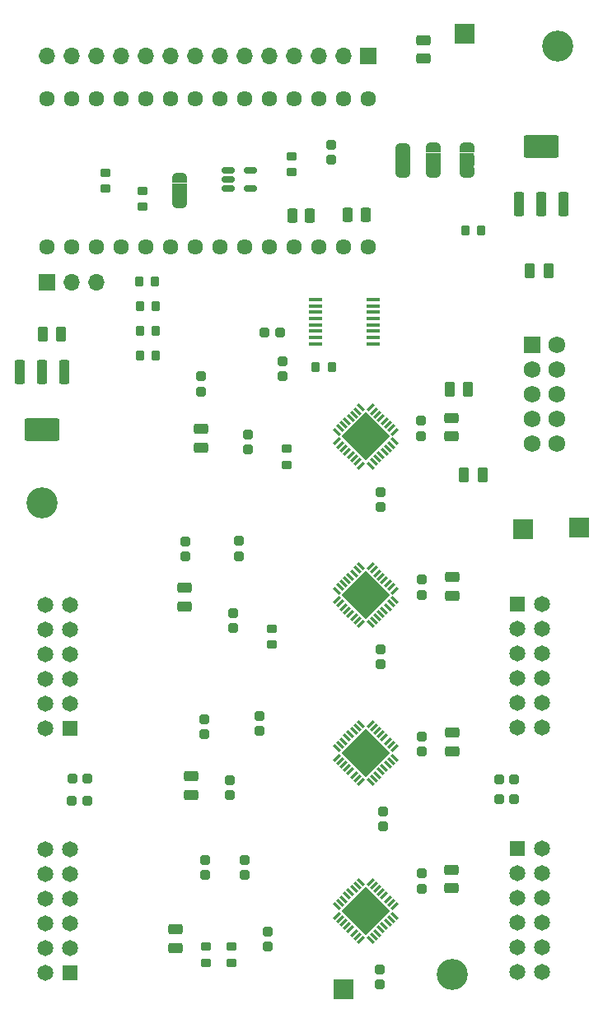
<source format=gbr>
%TF.GenerationSoftware,KiCad,Pcbnew,9.0.0*%
%TF.CreationDate,2025-03-26T11:44:13+11:00*%
%TF.ProjectId,tlv320aic3104 audio rev K twist,746c7633-3230-4616-9963-333130342061,Rev F*%
%TF.SameCoordinates,Original*%
%TF.FileFunction,Soldermask,Top*%
%TF.FilePolarity,Negative*%
%FSLAX46Y46*%
G04 Gerber Fmt 4.6, Leading zero omitted, Abs format (unit mm)*
G04 Created by KiCad (PCBNEW 9.0.0) date 2025-03-26 11:44:13*
%MOMM*%
%LPD*%
G01*
G04 APERTURE LIST*
G04 Aperture macros list*
%AMRoundRect*
0 Rectangle with rounded corners*
0 $1 Rounding radius*
0 $2 $3 $4 $5 $6 $7 $8 $9 X,Y pos of 4 corners*
0 Add a 4 corners polygon primitive as box body*
4,1,4,$2,$3,$4,$5,$6,$7,$8,$9,$2,$3,0*
0 Add four circle primitives for the rounded corners*
1,1,$1+$1,$2,$3*
1,1,$1+$1,$4,$5*
1,1,$1+$1,$6,$7*
1,1,$1+$1,$8,$9*
0 Add four rect primitives between the rounded corners*
20,1,$1+$1,$2,$3,$4,$5,0*
20,1,$1+$1,$4,$5,$6,$7,0*
20,1,$1+$1,$6,$7,$8,$9,0*
20,1,$1+$1,$8,$9,$2,$3,0*%
%AMRotRect*
0 Rectangle, with rotation*
0 The origin of the aperture is its center*
0 $1 length*
0 $2 width*
0 $3 Rotation angle, in degrees counterclockwise*
0 Add horizontal line*
21,1,$1,$2,0,0,$3*%
%AMFreePoly0*
4,1,23,0.550000,-0.750000,0.000000,-0.750000,0.000000,-0.745722,-0.065263,-0.745722,-0.191342,-0.711940,-0.304381,-0.646677,-0.396677,-0.554381,-0.461940,-0.441342,-0.495722,-0.315263,-0.495722,-0.250000,-0.500000,-0.250000,-0.500000,0.250000,-0.495722,0.250000,-0.495722,0.315263,-0.461940,0.441342,-0.396677,0.554381,-0.304381,0.646677,-0.191342,0.711940,-0.065263,0.745722,0.000000,0.745722,
0.000000,0.750000,0.550000,0.750000,0.550000,-0.750000,0.550000,-0.750000,$1*%
%AMFreePoly1*
4,1,23,0.000000,0.745722,0.065263,0.745722,0.191342,0.711940,0.304381,0.646677,0.396677,0.554381,0.461940,0.441342,0.495722,0.315263,0.495722,0.250000,0.500000,0.250000,0.500000,-0.250000,0.495722,-0.250000,0.495722,-0.315263,0.461940,-0.441342,0.396677,-0.554381,0.304381,-0.646677,0.191342,-0.711940,0.065263,-0.745722,0.000000,-0.745722,0.000000,-0.750000,-0.550000,-0.750000,
-0.550000,0.750000,0.000000,0.750000,0.000000,0.745722,0.000000,0.745722,$1*%
G04 Aperture macros list end*
%ADD10RoundRect,0.267317X0.280683X0.470683X-0.280683X0.470683X-0.280683X-0.470683X0.280683X-0.470683X0*%
%ADD11R,2.000000X2.000000*%
%ADD12RoundRect,0.244000X0.269000X-0.244000X0.269000X0.244000X-0.269000X0.244000X-0.269000X-0.244000X0*%
%ADD13RoundRect,0.219000X-0.294000X0.219000X-0.294000X-0.219000X0.294000X-0.219000X0.294000X0.219000X0*%
%ADD14RotRect,0.300000X0.850000X45.000000*%
%ADD15RotRect,0.300000X0.850000X315.000000*%
%ADD16RotRect,3.550000X3.550000X315.000000*%
%ADD17RoundRect,0.219000X-0.219000X-0.294000X0.219000X-0.294000X0.219000X0.294000X-0.219000X0.294000X0*%
%ADD18RoundRect,0.269000X-0.494000X0.269000X-0.494000X-0.269000X0.494000X-0.269000X0.494000X0.269000X0*%
%ADD19R,1.700000X1.700000*%
%ADD20O,1.700000X1.700000*%
%ADD21R,1.475000X0.450000*%
%ADD22RoundRect,0.250000X0.300000X-1.000000X0.300000X1.000000X-0.300000X1.000000X-0.300000X-1.000000X0*%
%ADD23RoundRect,0.250000X1.550000X-0.920000X1.550000X0.920000X-1.550000X0.920000X-1.550000X-0.920000X0*%
%ADD24FreePoly0,90.000000*%
%ADD25R,1.500000X1.000000*%
%ADD26FreePoly1,90.000000*%
%ADD27RoundRect,0.250000X-0.300000X1.000000X-0.300000X-1.000000X0.300000X-1.000000X0.300000X1.000000X0*%
%ADD28RoundRect,0.250000X-1.550000X0.920000X-1.550000X-0.920000X1.550000X-0.920000X1.550000X0.920000X0*%
%ADD29RoundRect,0.244000X-0.244000X-0.269000X0.244000X-0.269000X0.244000X0.269000X-0.244000X0.269000X0*%
%ADD30RoundRect,0.244000X0.244000X0.269000X-0.244000X0.269000X-0.244000X-0.269000X0.244000X-0.269000X0*%
%ADD31C,3.200000*%
%ADD32RoundRect,0.269000X0.269000X0.494000X-0.269000X0.494000X-0.269000X-0.494000X0.269000X-0.494000X0*%
%ADD33R,1.725000X1.725000*%
%ADD34C,1.725000*%
%ADD35RoundRect,0.244000X-0.269000X0.244000X-0.269000X-0.244000X0.269000X-0.244000X0.269000X0.244000X0*%
%ADD36RoundRect,0.219000X0.219000X0.294000X-0.219000X0.294000X-0.219000X-0.294000X0.219000X-0.294000X0*%
%ADD37RoundRect,0.269000X0.494000X-0.269000X0.494000X0.269000X-0.494000X0.269000X-0.494000X-0.269000X0*%
%ADD38R,1.650000X1.650000*%
%ADD39C,1.650000*%
%ADD40RoundRect,0.150000X-0.512500X-0.150000X0.512500X-0.150000X0.512500X0.150000X-0.512500X0.150000X0*%
%ADD41C,1.612800*%
%ADD42RoundRect,0.269000X-0.269000X-0.494000X0.269000X-0.494000X0.269000X0.494000X-0.269000X0.494000X0*%
G04 APERTURE END LIST*
%TO.C,JP1*%
G36*
X17995200Y-18682400D02*
G01*
X19495200Y-18682400D01*
X19495200Y-17182400D01*
X17995200Y-17182400D01*
X17995200Y-18682400D01*
G37*
%TO.C,JP4*%
G36*
X47510000Y-15558200D02*
G01*
X49010000Y-15558200D01*
X49010000Y-14058200D01*
X47510000Y-14058200D01*
X47510000Y-15558200D01*
G37*
%TO.C,JP5*%
G36*
X44055600Y-15558200D02*
G01*
X45555600Y-15558200D01*
X45555600Y-14058200D01*
X44055600Y-14058200D01*
X44055600Y-15558200D01*
G37*
%TO.C,JP6*%
G36*
X40941300Y-15583600D02*
G01*
X42441300Y-15583600D01*
X42441300Y-14083600D01*
X40941300Y-14083600D01*
X40941300Y-15583600D01*
G37*
%TD*%
D10*
%TO.C,R7*%
X37885000Y-20450000D03*
X36065000Y-20450000D03*
%TD*%
D11*
%TO.C,TP3*%
X48056800Y-1803400D03*
%TD*%
D12*
%TO.C,C28*%
X27813000Y-95725200D03*
X27813000Y-94165200D03*
%TD*%
D11*
%TO.C,TP1*%
X54051200Y-52781200D03*
%TD*%
D13*
%TO.C,R11*%
X21488400Y-95725400D03*
X21488400Y-97365400D03*
%TD*%
D14*
%TO.C,IC3*%
X37376425Y-89054352D03*
X37022872Y-89407905D03*
X36669318Y-89761458D03*
X36315765Y-90115012D03*
X35962212Y-90468565D03*
X35608658Y-90822118D03*
X35255105Y-91175672D03*
X34901552Y-91529225D03*
D15*
X34901552Y-92519175D03*
X35255105Y-92872728D03*
X35608658Y-93226282D03*
X35962212Y-93579835D03*
X36315765Y-93933388D03*
X36669318Y-94286942D03*
X37022872Y-94640495D03*
X37376425Y-94994048D03*
D14*
X38366375Y-94994048D03*
X38719928Y-94640495D03*
X39073482Y-94286942D03*
X39427035Y-93933388D03*
X39780588Y-93579835D03*
X40134142Y-93226282D03*
X40487695Y-92872728D03*
X40841248Y-92519175D03*
D15*
X40841248Y-91529225D03*
X40487695Y-91175672D03*
X40134142Y-90822118D03*
X39780588Y-90468565D03*
X39427035Y-90115012D03*
X39073482Y-89761458D03*
X38719928Y-89407905D03*
X38366375Y-89054352D03*
D16*
X37871400Y-92024200D03*
%TD*%
D12*
%TO.C,C38*%
X39370000Y-50513200D03*
X39370000Y-48953200D03*
%TD*%
%TO.C,C35*%
X43586400Y-43172600D03*
X43586400Y-41612600D03*
%TD*%
D17*
%TO.C,R4*%
X48125800Y-22047200D03*
X49765800Y-22047200D03*
%TD*%
D18*
%TO.C,C34*%
X46736000Y-57673200D03*
X46736000Y-59573200D03*
%TD*%
D13*
%TO.C,R8*%
X24079200Y-95725400D03*
X24079200Y-97365400D03*
%TD*%
D14*
%TO.C,IC5*%
X37376425Y-56593152D03*
X37022872Y-56946705D03*
X36669318Y-57300258D03*
X36315765Y-57653812D03*
X35962212Y-58007365D03*
X35608658Y-58360918D03*
X35255105Y-58714472D03*
X34901552Y-59068025D03*
D15*
X34901552Y-60057975D03*
X35255105Y-60411528D03*
X35608658Y-60765082D03*
X35962212Y-61118635D03*
X36315765Y-61472188D03*
X36669318Y-61825742D03*
X37022872Y-62179295D03*
X37376425Y-62532848D03*
D14*
X38366375Y-62532848D03*
X38719928Y-62179295D03*
X39073482Y-61825742D03*
X39427035Y-61472188D03*
X39780588Y-61118635D03*
X40134142Y-60765082D03*
X40487695Y-60411528D03*
X40841248Y-60057975D03*
D15*
X40841248Y-59068025D03*
X40487695Y-58714472D03*
X40134142Y-58360918D03*
X39780588Y-58007365D03*
X39427035Y-57653812D03*
X39073482Y-57300258D03*
X38719928Y-56946705D03*
X38366375Y-56593152D03*
D16*
X37871400Y-59563000D03*
%TD*%
D19*
%TO.C,J1*%
X5130800Y-27330400D03*
D20*
X7670800Y-27330400D03*
X10210800Y-27330400D03*
%TD*%
D14*
%TO.C,IC4*%
X37376425Y-72798352D03*
X37022872Y-73151905D03*
X36669318Y-73505458D03*
X36315765Y-73859012D03*
X35962212Y-74212565D03*
X35608658Y-74566118D03*
X35255105Y-74919672D03*
X34901552Y-75273225D03*
D15*
X34901552Y-76263175D03*
X35255105Y-76616728D03*
X35608658Y-76970282D03*
X35962212Y-77323835D03*
X36315765Y-77677388D03*
X36669318Y-78030942D03*
X37022872Y-78384495D03*
X37376425Y-78738048D03*
D14*
X38366375Y-78738048D03*
X38719928Y-78384495D03*
X39073482Y-78030942D03*
X39427035Y-77677388D03*
X39780588Y-77323835D03*
X40134142Y-76970282D03*
X40487695Y-76616728D03*
X40841248Y-76263175D03*
D15*
X40841248Y-75273225D03*
X40487695Y-74919672D03*
X40134142Y-74566118D03*
X39780588Y-74212565D03*
X39427035Y-73859012D03*
X39073482Y-73505458D03*
X38719928Y-73151905D03*
X38366375Y-72798352D03*
D16*
X37871400Y-75768200D03*
%TD*%
D21*
%TO.C,IC2*%
X38625000Y-33694800D03*
X38625000Y-33044800D03*
X38625000Y-32394800D03*
X38625000Y-31744800D03*
X38625000Y-31094800D03*
X38625000Y-30444800D03*
X38625000Y-29794800D03*
X38625000Y-29144800D03*
X32749000Y-29144800D03*
X32749000Y-29794800D03*
X32749000Y-30444800D03*
X32749000Y-31094800D03*
X32749000Y-31744800D03*
X32749000Y-32394800D03*
X32749000Y-33044800D03*
X32749000Y-33694800D03*
%TD*%
D13*
%TO.C,R3*%
X30251400Y-14369200D03*
X30251400Y-16009200D03*
%TD*%
D22*
%TO.C,U2*%
X6922800Y-36577800D03*
X4622800Y-36577800D03*
X2322800Y-36577800D03*
D23*
X4622800Y-42547800D03*
%TD*%
D24*
%TO.C,JP1*%
X18745200Y-19232400D03*
D25*
X18745200Y-17932400D03*
D26*
X18745200Y-16632400D03*
%TD*%
D18*
%TO.C,C22*%
X46786800Y-73675200D03*
X46786800Y-75575200D03*
%TD*%
D12*
%TO.C,C40*%
X24257000Y-62933800D03*
X24257000Y-61373800D03*
%TD*%
D18*
%TO.C,C20*%
X46710600Y-87772200D03*
X46710600Y-89672200D03*
%TD*%
%TO.C,C39*%
X19278600Y-58790800D03*
X19278600Y-60690800D03*
%TD*%
D11*
%TO.C,TP4*%
X35610800Y-100050600D03*
%TD*%
D27*
%TO.C,U1*%
X53630800Y-19327600D03*
X55930800Y-19327600D03*
X58230800Y-19327600D03*
D28*
X55930800Y-13357600D03*
%TD*%
D29*
%TO.C,C7*%
X7729000Y-78384400D03*
X9289000Y-78384400D03*
%TD*%
D18*
%TO.C,C41*%
X20980400Y-42458600D03*
X20980400Y-44358600D03*
%TD*%
D30*
%TO.C,C4*%
X53129400Y-78460600D03*
X51569400Y-78460600D03*
%TD*%
D29*
%TO.C,C3*%
X7678200Y-80670400D03*
X9238200Y-80670400D03*
%TD*%
D31*
%TO.C,H3*%
X4572000Y-50052200D03*
%TD*%
D32*
%TO.C,C5*%
X49895800Y-47193200D03*
X47995800Y-47193200D03*
%TD*%
D33*
%TO.C,POWER1*%
X55000000Y-33756600D03*
D34*
X57540000Y-33756600D03*
X55000000Y-36296600D03*
X57540000Y-36296600D03*
X55000000Y-38836600D03*
X57540000Y-38836600D03*
X55000000Y-41376600D03*
X57540000Y-41376600D03*
X55000000Y-43916600D03*
X57540000Y-43916600D03*
%TD*%
D35*
%TO.C,C17*%
X26924000Y-71940200D03*
X26924000Y-73500200D03*
%TD*%
D12*
%TO.C,C23*%
X39319200Y-99611400D03*
X39319200Y-98051400D03*
%TD*%
%TO.C,C19*%
X43637200Y-89730800D03*
X43637200Y-88170800D03*
%TD*%
%TO.C,C33*%
X43611800Y-59504800D03*
X43611800Y-57944800D03*
%TD*%
D13*
%TO.C,R1*%
X14909800Y-17950600D03*
X14909800Y-19590600D03*
%TD*%
D12*
%TO.C,C26*%
X23952200Y-80104200D03*
X23952200Y-78544200D03*
%TD*%
D36*
%TO.C,R6*%
X34398800Y-36042600D03*
X32758800Y-36042600D03*
%TD*%
D12*
%TO.C,C16*%
X21386800Y-88333800D03*
X21386800Y-86773800D03*
%TD*%
D18*
%TO.C,C36*%
X46659800Y-41315600D03*
X46659800Y-43215600D03*
%TD*%
D12*
%TO.C,C32*%
X20980400Y-38582600D03*
X20980400Y-37022600D03*
%TD*%
D10*
%TO.C,R5*%
X32135000Y-20475000D03*
X30315000Y-20475000D03*
%TD*%
D12*
%TO.C,C42*%
X25806400Y-44544200D03*
X25806400Y-42984200D03*
%TD*%
D18*
%TO.C,C27*%
X18364200Y-93919000D03*
X18364200Y-95819000D03*
%TD*%
D31*
%TO.C,H2*%
X57607200Y-3073400D03*
%TD*%
D24*
%TO.C,JP4*%
X48260000Y-16108200D03*
D25*
X48260000Y-14808200D03*
D26*
X48260000Y-13508200D03*
%TD*%
D30*
%TO.C,C14*%
X29050200Y-32562800D03*
X27490200Y-32562800D03*
%TD*%
D37*
%TO.C,C8*%
X43840400Y-4353600D03*
X43840400Y-2453600D03*
%TD*%
D38*
%TO.C,J6*%
X53476000Y-85648800D03*
D39*
X56016000Y-85648800D03*
X53476000Y-88188800D03*
X56016000Y-88188800D03*
X53476000Y-90728800D03*
X56016000Y-90728800D03*
X53476000Y-93268800D03*
X56016000Y-93268800D03*
X53476000Y-95808800D03*
X56016000Y-95808800D03*
X53476000Y-98348800D03*
X56016000Y-98348800D03*
%TD*%
D17*
%TO.C,R15*%
X14648600Y-34925000D03*
X16288600Y-34925000D03*
%TD*%
D12*
%TO.C,C18*%
X21259800Y-73881200D03*
X21259800Y-72321200D03*
%TD*%
D40*
%TO.C,IC1*%
X23729100Y-15814000D03*
X23729100Y-16764000D03*
X23729100Y-17714000D03*
X26004100Y-17714000D03*
X26004100Y-15814000D03*
%TD*%
D24*
%TO.C,JP5*%
X44805600Y-16108200D03*
D25*
X44805600Y-14808200D03*
D26*
X44805600Y-13508200D03*
%TD*%
D35*
%TO.C,C1*%
X34315400Y-13190000D03*
X34315400Y-14750000D03*
%TD*%
D14*
%TO.C,IC6*%
X37391497Y-40260857D03*
X37037944Y-40614410D03*
X36684390Y-40967963D03*
X36330837Y-41321517D03*
X35977284Y-41675070D03*
X35623730Y-42028623D03*
X35270177Y-42382177D03*
X34916624Y-42735730D03*
D15*
X34916624Y-43725680D03*
X35270177Y-44079233D03*
X35623730Y-44432787D03*
X35977284Y-44786340D03*
X36330837Y-45139893D03*
X36684390Y-45493447D03*
X37037944Y-45847000D03*
X37391497Y-46200553D03*
D14*
X38381447Y-46200553D03*
X38735000Y-45847000D03*
X39088554Y-45493447D03*
X39442107Y-45139893D03*
X39795660Y-44786340D03*
X40149214Y-44432787D03*
X40502767Y-44079233D03*
X40856320Y-43725680D03*
D15*
X40856320Y-42735730D03*
X40502767Y-42382177D03*
X40149214Y-42028623D03*
X39795660Y-41675070D03*
X39442107Y-41321517D03*
X39088554Y-40967963D03*
X38735000Y-40614410D03*
X38381447Y-40260857D03*
D16*
X37886472Y-43230705D03*
%TD*%
D29*
%TO.C,C6*%
X51569400Y-80568800D03*
X53129400Y-80568800D03*
%TD*%
D32*
%TO.C,C10*%
X6563400Y-32664400D03*
X4663400Y-32664400D03*
%TD*%
D12*
%TO.C,C37*%
X39420800Y-66667600D03*
X39420800Y-65107600D03*
%TD*%
D11*
%TO.C,TP2*%
X59817000Y-52628800D03*
%TD*%
D17*
%TO.C,R14*%
X14648600Y-32334200D03*
X16288600Y-32334200D03*
%TD*%
D12*
%TO.C,C31*%
X29337000Y-37051200D03*
X29337000Y-35491200D03*
%TD*%
D38*
%TO.C,J5*%
X7467600Y-98374200D03*
D39*
X4927600Y-98374200D03*
X7467600Y-95834200D03*
X4927600Y-95834200D03*
X7467600Y-93294200D03*
X4927600Y-93294200D03*
X7467600Y-90754200D03*
X4927600Y-90754200D03*
X7467600Y-88214200D03*
X4927600Y-88214200D03*
X7467600Y-85674200D03*
X4927600Y-85674200D03*
%TD*%
D32*
%TO.C,C2*%
X48397200Y-38328600D03*
X46497200Y-38328600D03*
%TD*%
D17*
%TO.C,R10*%
X14648600Y-29794200D03*
X16288600Y-29794200D03*
%TD*%
D12*
%TO.C,C24*%
X39649400Y-83330000D03*
X39649400Y-81770000D03*
%TD*%
D18*
%TO.C,C25*%
X19964400Y-78196400D03*
X19964400Y-80096400D03*
%TD*%
D17*
%TO.C,R9*%
X14572400Y-27279600D03*
X16212400Y-27279600D03*
%TD*%
D38*
%TO.C,J7*%
X7467600Y-73279000D03*
D39*
X4927600Y-73279000D03*
X7467600Y-70739000D03*
X4927600Y-70739000D03*
X7467600Y-68199000D03*
X4927600Y-68199000D03*
X7467600Y-65659000D03*
X4927600Y-65659000D03*
X7467600Y-63119000D03*
X4927600Y-63119000D03*
X7467600Y-60579000D03*
X4927600Y-60579000D03*
%TD*%
D13*
%TO.C,R2*%
X11125200Y-16071000D03*
X11125200Y-17711000D03*
%TD*%
D31*
%TO.C,H1*%
X46761400Y-98552200D03*
%TD*%
D41*
%TO.C,MC1*%
X10185400Y-8509000D03*
X7645400Y-8509000D03*
X7645400Y-23749000D03*
X10185400Y-23749000D03*
X12725400Y-23749000D03*
X15265400Y-23749000D03*
X17805400Y-23749000D03*
X20345400Y-23749000D03*
X22885400Y-23749000D03*
X25425400Y-23749000D03*
X27965400Y-23749000D03*
X30505400Y-23749000D03*
X33045400Y-23749000D03*
X35585400Y-23749000D03*
X38125400Y-23749000D03*
X38125400Y-8509000D03*
X35585400Y-8509000D03*
X33045400Y-8509000D03*
X30505400Y-8509000D03*
X27965400Y-8509000D03*
X25425400Y-8509000D03*
X22885400Y-8509000D03*
X20345400Y-8509000D03*
X17805400Y-8509000D03*
X15265400Y-8509000D03*
X12725400Y-8509000D03*
X5105400Y-23749000D03*
X5105400Y-8509000D03*
%TD*%
D12*
%TO.C,C30*%
X19304000Y-55567800D03*
X19304000Y-54007800D03*
%TD*%
D42*
%TO.C,C9*%
X54777600Y-26162000D03*
X56677600Y-26162000D03*
%TD*%
D13*
%TO.C,R12*%
X28194000Y-63010200D03*
X28194000Y-64650200D03*
%TD*%
%TO.C,R13*%
X29718000Y-44493600D03*
X29718000Y-46133600D03*
%TD*%
D35*
%TO.C,C15*%
X25400000Y-86773800D03*
X25400000Y-88333800D03*
%TD*%
D12*
%TO.C,C21*%
X43611800Y-75659200D03*
X43611800Y-74099200D03*
%TD*%
D24*
%TO.C,JP6*%
X41691300Y-16133600D03*
D25*
X41691300Y-14833600D03*
D26*
X41691300Y-13533600D03*
%TD*%
D35*
%TO.C,C29*%
X24866600Y-53982400D03*
X24866600Y-55542400D03*
%TD*%
D38*
%TO.C,J8*%
X53476000Y-60502800D03*
D39*
X56016000Y-60502800D03*
X53476000Y-63042800D03*
X56016000Y-63042800D03*
X53476000Y-65582800D03*
X56016000Y-65582800D03*
X53476000Y-68122800D03*
X56016000Y-68122800D03*
X53476000Y-70662800D03*
X56016000Y-70662800D03*
X53476000Y-73202800D03*
X56016000Y-73202800D03*
%TD*%
D19*
%TO.C,J2*%
X38125400Y-4038600D03*
D20*
X35585400Y-4038600D03*
X33045400Y-4038600D03*
X30505400Y-4038600D03*
X27965400Y-4038600D03*
X25425400Y-4038600D03*
X22885400Y-4038600D03*
X20345400Y-4038600D03*
X17805400Y-4038600D03*
X15265400Y-4038600D03*
X12725400Y-4038600D03*
X10185400Y-4038600D03*
X7645400Y-4038600D03*
X5105400Y-4038600D03*
%TD*%
M02*

</source>
